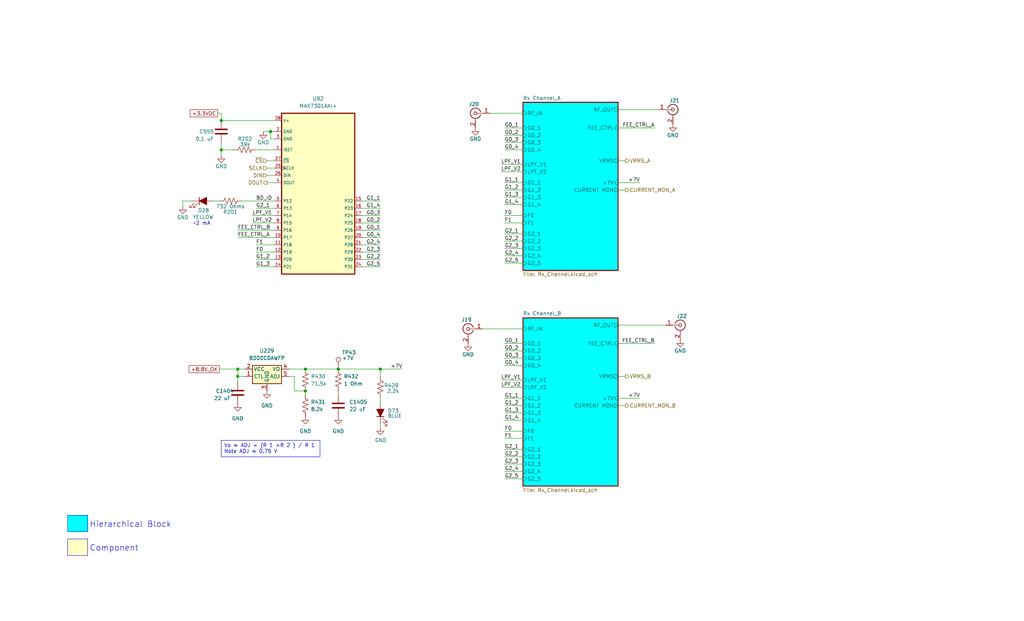
<source format=kicad_sch>
(kicad_sch (version 20231120) (generator "eeschema") (generator_version "8.0")
  (paper "USLegal")
  (title_block (title "LWA ARX  Rev I") (date "2024-11-15") (rev "2.0"))
  (lib_symbols
    (symbol "Connector:TestPoint" (pin_numbers hide) (pin_names (offset 0.762) hide)
      (property "Reference" "TP" (at 0 6.858 0))
      (property "Value" "TestPoint" (at 0 5.08 0))
      (symbol "TestPoint_0_1"
        (circle (center 0 3.302) (radius 0.762))
      )
      (symbol "TestPoint_1_1"
        (pin passive line (at 0 0 90) (length 2.54) (name "1") (number "1"))
      )
    )
    (symbol "Device:C" (pin_numbers hide) (pin_names (offset 0.254))
      (property "Reference" "C" (at 0.635 2.54 0))
      (property "Value" "C" (at 0.635 -2.54 0))
      (symbol "C_0_1"
        (polyline (pts (xy -2.032 -0.762) (xy 2.032 -0.762)) (stroke (width 0.508)))
        (polyline (pts (xy -2.032 0.762) (xy 2.032 0.762)) (stroke (width 0.508)))
      )
      (symbol "C_1_1"
        (pin passive line (at 0 3.81 270) (length 2.794) (name "~") (number "1"))
        (pin passive line (at 0 -3.81 90) (length 2.794) (name "~") (number "2"))
      )
    )
    (symbol "Device:LED_Filled" (pin_numbers hide) (pin_names (offset 1.016) hide)
      (property "Reference" "D" (at 0 2.54 0))
      (property "Value" "LED_Filled" (at 0 -2.54 0))
      (symbol "LED_Filled_0_1"
        (polyline (pts (xy -1.27 -1.27) (xy -1.27 1.27)) (stroke (width 0.254)))
        (polyline (pts (xy -1.27 0) (xy 1.27 0)))
        (polyline (pts (xy 1.27 -1.27) (xy 1.27 1.27) (xy -1.27 0) (xy 1.27 -1.27)) (stroke (width 0.254)) (fill (type outline)))
        (polyline (pts (xy -3.048 -0.762) (xy -4.572 -2.286) (xy -3.81 -2.286) (xy -4.572 -2.286) (xy -4.572 -1.524)))
        (polyline (pts (xy -1.778 -0.762) (xy -3.302 -2.286) (xy -2.54 -2.286) (xy -3.302 -2.286) (xy -3.302 -1.524)))
      )
      (symbol "LED_Filled_1_1"
        (pin passive line (at -3.81 0 0) (length 2.54) (name "K") (number "1"))
        (pin passive line (at 3.81 0 180) (length 2.54) (name "A") (number "2"))
      )
    )
    (symbol "Device:R_US" (pin_numbers hide) (pin_names (offset 0))
      (property "Reference" "R" (at 2.54 0 90))
      (property "Value" "R_US" (at -2.54 0 90))
      (symbol "R_US_0_1"
        (polyline (pts (xy 0 -2.286) (xy 0 -2.54)))
        (polyline (pts (xy 0 2.286) (xy 0 2.54)))
        (polyline (pts (xy 0 -0.762) (xy 1.016 -1.143) (xy 0 -1.524) (xy -1.016 -1.905) (xy 0 -2.286)))
        (polyline (pts (xy 0 0.762) (xy 1.016 0.381) (xy 0 0) (xy -1.016 -0.381) (xy 0 -0.762)))
        (polyline (pts (xy 0 2.286) (xy 1.016 1.905) (xy 0 1.524) (xy -1.016 1.143) (xy 0 0.762)))
      )
      (symbol "R_US_1_1"
        (pin passive line (at 0 3.81 270) (length 1.27) (name "~") (number "1"))
        (pin passive line (at 0 -3.81 90) (length 1.27) (name "~") (number "2"))
      )
    )
    (symbol "LWA_RF:BD00C0AWFP"
      (property "Reference" "U" (at 0 7.62 0))
      (property "Value" "BD00C0AWFP" (at 0 5.08 0))
      (symbol "BD00C0AWFP_1_1"
        (rectangle (start -5.08 -5.08) (end 5.08 1.27) (stroke (width 0.254)) (fill (type background)))
        (pin input line (at -7.62 -2.54 0) (length 2.54) (name "CTL") (number "1"))
        (pin power_in line (at -7.62 0 0) (length 2.54) (name "VCC") (number "2"))
        (pin power_in line (at 0 -7.62 90) (length 2.54) (name "GND") (number "3"))
        (pin power_out line (at 7.62 0 180) (length 2.54) (name "VO") (number "4"))
        (pin input line (at 7.62 -2.54 180) (length 2.54) (name "ADJ") (number "5"))
      )
    )
    (symbol "LWA_RF:Conn_Coaxial_WTie" (pin_names (offset 1.016) hide)
      (property "Reference" "J" (at 0.254 3.048 0))
      (property "Value" "Conn_Coaxial_Wiretie" (at 2.921 0 90))
      (symbol "Conn_Coaxial_WTie_0_1"
        (arc (start -1.778 -0.508) (mid 0.2311 -1.8066) (end 1.778 0) (stroke (width 0.254)))
        (polyline (pts (xy -2.54 0) (xy -0.508 0)))
        (polyline (pts (xy 0 -2.54) (xy 0 -1.778)))
        (circle (center 0 0) (radius 0.508) (stroke (width 0.2032)))
        (arc (start 1.778 0) (mid 0.2099 1.8101) (end -1.778 0.508) (stroke (width 0.254)))
      )
      (symbol "Conn_Coaxial_WTie_1_1"
        (pin passive line (at -5.08 0 0) (length 2.54) (name "In") (number "1"))
        (pin passive line (at 0 -5.08 90) (length 2.54) (name "Ext") (number "2"))
        (pin no_connect line (at 3.81 -2.54 0) (length 2.54) hide (name "3") (number "3"))
        (pin no_connect line (at 3.81 -5.08 0) (length 2.54) hide (name "3") (number "4"))
      )
    )
    (symbol "LWA_RF:MAX7301AAI+"
      (property "Reference" "U" (at 0 -8.89 0))
      (property "Value" "MAX7301AAI+" (at 0 -8.89 0))
      (symbol "MAX7301AAI+_0_0"
        (rectangle (start -12.7 -27.94) (end 12.7 27.94) (stroke (width 0.41)) (fill (type background)))
      )
      (symbol "MAX7301AAI+_1_0"
        (pin input line (at -15.24 15.24 0) (length 2.54) (name "ISET") (number "1"))
        (pin bidirectional line (at -15.24 -15.24 0) (length 2.54) (name "P17") (number "10"))
        (pin bidirectional line (at -15.24 -17.78 0) (length 2.54) (name "P18") (number "11"))
        (pin bidirectional line (at -15.24 -20.32 0) (length 2.54) (name "P19") (number "12"))
        (pin bidirectional line (at -15.24 -22.86 0) (length 2.54) (name "P20") (number "13"))
        (pin bidirectional line (at -15.24 -25.4 0) (length 2.54) (name "P21") (number "14"))
        (pin bidirectional line (at 15.24 -2.54 180) (length 2.54) (name "P22") (number "15"))
        (pin bidirectional line (at 15.24 -5.08 180) (length 2.54) (name "P23") (number "16"))
        (pin bidirectional line (at 15.24 -7.62 180) (length 2.54) (name "P24") (number "17"))
        (pin bidirectional line (at 15.24 -10.16 180) (length 2.54) (name "P25") (number "18"))
        (pin bidirectional line (at 15.24 -12.7 180) (length 2.54) (name "P26") (number "19"))
        (pin power_in line (at -15.24 21.59 0) (length 2.54) (name "GND") (number "2"))
        (pin bidirectional line (at 15.24 -15.24 180) (length 2.54) (name "P27") (number "20"))
        (pin bidirectional line (at 15.24 -17.78 180) (length 2.54) (name "P28") (number "21"))
        (pin bidirectional line (at 15.24 -20.32 180) (length 2.54) (name "P29") (number "22"))
        (pin bidirectional line (at 15.24 -22.86 180) (length 2.54) (name "P30") (number "23"))
        (pin bidirectional line (at 15.24 -25.4 180) (length 2.54) (name "P31") (number "24"))
        (pin input clock (at -15.24 8.89 0) (length 2.54) (name "SCLK") (number "25"))
        (pin input line (at -15.24 6.35 0) (length 2.54) (name "DIN") (number "26"))
        (pin input line (at -15.24 11.43 0) (length 2.54) (name "~{CS}") (number "27"))
        (pin power_in line (at -15.24 25.4 0) (length 2.54) (name "V+") (number "28"))
        (pin power_in line (at -15.24 19.05 0) (length 2.54) (name "GND") (number "3"))
        (pin output line (at -15.24 3.81 0) (length 2.54) (name "DOUT") (number "4"))
        (pin bidirectional line (at -15.24 -2.54 0) (length 2.54) (name "P12") (number "5"))
        (pin bidirectional line (at -15.24 -5.08 0) (length 2.54) (name "P13") (number "6"))
        (pin bidirectional line (at -15.24 -7.62 0) (length 2.54) (name "P14") (number "7"))
        (pin bidirectional line (at -15.24 -10.16 0) (length 2.54) (name "P15") (number "8"))
        (pin bidirectional line (at -15.24 -12.7 0) (length 2.54) (name "P16") (number "9"))
      )
    )
    (symbol "power:GND" (power) (pin_names (offset 0))
      (property "Value" "GND" (at 0 -3.81 0))
      (symbol "GND_0_1"
        (polyline (pts (xy 0 0) (xy 0 -1.27) (xy 1.27 -1.27) (xy 0 -2.54) (xy -1.27 -1.27) (xy 0 -1.27)))
      )
      (symbol "GND_1_1"
        (pin power_in line (at 0 0 270) (length 0) hide (name "GND") (number "1"))
      )
    )
  )
  (junction (at 93.98 45.72))
  (junction (at 82.55 128.27))
  (junction (at 117.475 128.27))
  (junction (at 82.55 130.81))
  (junction (at 106.045 128.27))
  (junction (at 106.045 135.89))
  (junction (at 132.08 128.27))
  (junction (at 76.835 41.91))
  (junction (at 76.835 52.07))
  (wire (pts (xy 88.9 90.17) (xy 95.25 90.17)))
  (wire (pts (xy 92.71 63.5) (xy 95.25 63.5)))
  (wire (pts (xy 175.26 71.12) (xy 181.61 71.12)))
  (wire (pts (xy 87.63 77.47) (xy 95.25 77.47)))
  (wire (pts (xy 106.045 137.16) (xy 106.045 135.89)))
  (wire (pts (xy 175.26 77.47) (xy 181.61 77.47)))
  (wire (pts (xy 227.33 44.45) (xy 214.63 44.45)))
  (wire (pts (xy 132.08 77.47) (xy 125.73 77.47)))
  (wire (pts (xy 92.71 55.88) (xy 95.25 55.88)))
  (wire (pts (xy 132.08 87.63) (xy 125.73 87.63)))
  (wire (pts (xy 93.98 48.26) (xy 93.98 45.72)))
  (wire (pts (xy 75.565 39.37) (xy 76.835 39.37)))
  (wire (pts (xy 100.33 130.81) (xy 102.235 130.81)))
  (wire (pts (xy 82.55 128.27) (xy 85.09 128.27)))
  (wire (pts (xy 175.26 149.86) (xy 181.61 149.86)))
  (wire (pts (xy 175.26 143.51) (xy 181.61 143.51)))
  (wire (pts (xy 214.63 66.04) (xy 217.17 66.04)))
  (wire (pts (xy 83.82 69.85) (xy 95.25 69.85)))
  (wire (pts (xy 76.835 53.975) (xy 76.835 52.07)))
  (wire (pts (xy 88.9 52.07) (xy 95.25 52.07)))
  (wire (pts (xy 100.33 128.27) (xy 106.045 128.27)))
  (wire (pts (xy 214.63 63.5) (xy 222.25 63.5)))
  (wire (pts (xy 95.25 48.26) (xy 93.98 48.26)))
  (wire (pts (xy 92.71 60.96) (xy 95.25 60.96)))
  (wire (pts (xy 175.26 152.4) (xy 181.61 152.4)))
  (wire (pts (xy 175.26 124.46) (xy 181.61 124.46)))
  (wire (pts (xy 88.9 92.71) (xy 95.25 92.71)))
  (wire (pts (xy 132.08 74.93) (xy 125.73 74.93)))
  (wire (pts (xy 175.26 121.92) (xy 181.61 121.92)))
  (wire (pts (xy 82.55 130.81) (xy 82.55 128.27)))
  (wire (pts (xy 175.26 119.38) (xy 181.61 119.38)))
  (wire (pts (xy 175.26 49.53) (xy 181.61 49.53)))
  (wire (pts (xy 175.26 81.28) (xy 181.61 81.28)))
  (wire (pts (xy 63.5 71.755) (xy 63.5 69.85)))
  (wire (pts (xy 175.26 158.75) (xy 181.61 158.75)))
  (wire (pts (xy 175.26 166.37) (xy 181.61 166.37)))
  (wire (pts (xy 214.63 113.03) (xy 231.14 113.03)))
  (wire (pts (xy 132.08 138.43) (xy 132.08 139.7)))
  (wire (pts (xy 173.99 132.08) (xy 181.61 132.08)))
  (wire (pts (xy 132.08 147.32) (xy 132.08 148.59)))
  (wire (pts (xy 175.26 88.9) (xy 181.61 88.9)))
  (wire (pts (xy 175.26 63.5) (xy 181.61 63.5)))
  (wire (pts (xy 175.26 74.93) (xy 181.61 74.93)))
  (wire (pts (xy 175.26 127) (xy 181.61 127)))
  (wire (pts (xy 93.98 45.72) (xy 95.25 45.72)))
  (wire (pts (xy 76.835 39.37) (xy 76.835 41.91)))
  (wire (pts (xy 102.235 135.89) (xy 102.235 130.81)))
  (wire (pts (xy 175.26 86.36) (xy 181.61 86.36)))
  (wire (pts (xy 82.55 82.55) (xy 95.25 82.55)))
  (wire (pts (xy 106.045 128.27) (xy 117.475 128.27)))
  (wire (pts (xy 132.08 130.81) (xy 132.08 128.27)))
  (wire (pts (xy 117.475 128.27) (xy 132.08 128.27)))
  (wire (pts (xy 132.08 72.39) (xy 125.73 72.39)))
  (wire (pts (xy 63.5 69.85) (xy 66.675 69.85)))
  (wire (pts (xy 88.9 72.39) (xy 95.25 72.39)))
  (wire (pts (xy 173.99 59.69) (xy 181.61 59.69)))
  (wire (pts (xy 132.08 92.71) (xy 125.73 92.71)))
  (wire (pts (xy 132.08 85.09) (xy 125.73 85.09)))
  (wire (pts (xy 132.08 90.17) (xy 125.73 90.17)))
  (wire (pts (xy 132.08 80.01) (xy 125.73 80.01)))
  (wire (pts (xy 76.835 52.07) (xy 81.28 52.07)))
  (wire (pts (xy 214.63 138.43) (xy 222.25 138.43)))
  (wire (pts (xy 175.26 140.97) (xy 181.61 140.97)))
  (wire (pts (xy 88.9 85.09) (xy 95.25 85.09)))
  (wire (pts (xy 214.63 140.97) (xy 217.17 140.97)))
  (wire (pts (xy 173.99 57.15) (xy 181.61 57.15)))
  (wire (pts (xy 175.26 68.58) (xy 181.61 68.58)))
  (wire (pts (xy 85.09 130.81) (xy 82.55 130.81)))
  (wire (pts (xy 76.835 41.91) (xy 95.25 41.91)))
  (wire (pts (xy 74.295 69.85) (xy 76.2 69.85)))
  (wire (pts (xy 175.26 46.99) (xy 181.61 46.99)))
  (wire (pts (xy 167.64 114.3) (xy 181.61 114.3)))
  (wire (pts (xy 170.18 39.37) (xy 181.61 39.37)))
  (wire (pts (xy 175.26 163.83) (xy 181.61 163.83)))
  (wire (pts (xy 132.08 82.55) (xy 125.73 82.55)))
  (wire (pts (xy 227.33 119.38) (xy 214.63 119.38)))
  (wire (pts (xy 106.045 135.89) (xy 102.235 135.89)))
  (wire (pts (xy 175.26 66.04) (xy 181.61 66.04)))
  (wire (pts (xy 92.71 58.42) (xy 95.25 58.42)))
  (wire (pts (xy 214.63 130.81) (xy 217.17 130.81)))
  (wire (pts (xy 214.63 55.88) (xy 217.17 55.88)))
  (wire (pts (xy 87.63 74.93) (xy 95.25 74.93)))
  (wire (pts (xy 175.26 138.43) (xy 181.61 138.43)))
  (wire (pts (xy 76.835 52.07) (xy 76.835 49.53)))
  (wire (pts (xy 175.26 91.44) (xy 181.61 91.44)))
  (wire (pts (xy 82.55 80.01) (xy 95.25 80.01)))
  (wire (pts (xy 132.08 128.27) (xy 139.7 128.27)))
  (wire (pts (xy 76.2 128.27) (xy 82.55 128.27)))
  (wire (pts (xy 88.9 87.63) (xy 95.25 87.63)))
  (wire (pts (xy 175.26 52.07) (xy 181.61 52.07)))
  (wire (pts (xy 91.44 45.72) (xy 93.98 45.72)))
  (wire (pts (xy 175.26 146.05) (xy 181.61 146.05)))
  (wire (pts (xy 82.55 130.81) (xy 82.55 132.715)))
  (wire (pts (xy 175.26 83.82) (xy 181.61 83.82)))
  (wire (pts (xy 214.63 38.1) (xy 228.6 38.1)))
  (wire (pts (xy 117.475 135.89) (xy 117.475 137.16)))
  (wire (pts (xy 132.08 69.85) (xy 125.73 69.85)))
  (wire (pts (xy 175.26 161.29) (xy 181.61 161.29)))
  (wire (pts (xy 175.26 44.45) (xy 181.61 44.45)))
  (wire (pts (xy 175.26 156.21) (xy 181.61 156.21)))
  (wire (pts (xy 173.99 134.62) (xy 181.61 134.62)))
  (rectangle (start 23.495 187.325) (end 30.48 193.04) (fill (type color) (color 255 255 194 1)))
  (rectangle (start 23.495 179.07) (end 30.48 184.785) (fill (type color) (color 0 255 255 1)))
  (text_box "Vo ≈ ADJ × (R 1 +R 2 ) / R 1\nNote ADJ ≈ 0.75 V" (at 76.835 153.035 0) (size 34.29 5.715) (effects (font (size 1.27 1.27)) (justify left top)))
  (text "Hierarchical Block" (at 31.115 183.515 0) (effects (font (size 2.032 2.032)) (justify left bottom)))
  (text "~2 mA" (at 67.056 78.486 0) (effects (font (size 1.27 1.27)) (justify left bottom)))
  (text "Component" (at 31.115 191.77 0) (effects (font (size 2.032 2.032)) (justify left bottom)))
  (label "LPF_V2" (at 87.63 77.47 0))
  (label "+7V" (at 139.7 128.27 180))
  (label "LPF_V2" (at 173.99 59.69 0))
  (label "G0_3" (at 175.26 49.53 0))
  (label "G0_4" (at 132.08 82.55 180))
  (label "G0_2" (at 175.26 46.99 0))
  (label "G0_4" (at 175.26 127 0))
  (label "G0_2" (at 175.26 121.92 0))
  (label "G0_3" (at 175.26 124.46 0))
  (label "G1_4" (at 175.26 71.12 0))
  (label "G1_2" (at 175.26 140.97 0))
  (label "FEE_CTRL_A" (at 227.33 44.45 180))
  (label "G1_2" (at 175.26 66.04 0))
  (label "LPF_V1" (at 173.99 132.08 0))
  (label "G2_3" (at 132.08 87.63 180))
  (label "G2_4" (at 175.26 88.9 0))
  (label "G2_3" (at 175.26 161.29 0))
  (label "F0" (at 175.26 74.93 0))
  (label "F0" (at 175.26 149.86 0))
  (label "G1_4" (at 132.08 72.39 180))
  (label "G2_5" (at 175.26 91.44 0))
  (label "G1_1" (at 175.26 63.5 0))
  (label "G1_2" (at 88.9 90.17 0))
  (label "FEE_CTRL_B" (at 227.33 119.38 180))
  (label "G0_3" (at 132.08 74.93 180))
  (label "G0_1" (at 175.26 44.45 0))
  (label "F0" (at 88.9 87.63 0))
  (label "G2_4" (at 175.26 163.83 0))
  (label "G2_2" (at 132.08 90.17 180))
  (label "G2_4" (at 132.08 85.09 180))
  (label "F1" (at 88.9 85.09 0))
  (label "G1_4" (at 175.26 146.05 0))
  (label "BD_ID" (at 88.9 69.85 0))
  (label "+7V" (at 222.25 63.5 180))
  (label "G2_5" (at 175.26 166.37 0))
  (label "G2_2" (at 175.26 158.75 0))
  (label "G1_3" (at 88.9 92.71 0))
  (label "LPF_V2" (at 173.99 134.62 0))
  (label "LPF_V1" (at 87.63 74.93 0))
  (label "G1_3" (at 175.26 68.58 0))
  (label "F1" (at 175.26 152.4 0))
  (label "G0_1" (at 175.26 119.38 0))
  (label "+7V" (at 222.25 138.43 180))
  (label "G2_1" (at 175.26 156.21 0))
  (label "F1" (at 175.26 77.47 0))
  (label "G2_3" (at 175.26 86.36 0))
  (label "G2_2" (at 175.26 83.82 0))
  (label "G2_1" (at 175.26 81.28 0))
  (label "FEE_CTRL_B" (at 82.55 80.01 0))
  (label "G2_5" (at 132.08 92.71 180))
  (label "G0_1" (at 132.08 80.01 180))
  (label "G1_3" (at 175.26 143.51 0))
  (label "G0_4" (at 175.26 52.07 0))
  (label "LPF_V1" (at 173.99 57.15 0))
  (label "G0_2" (at 132.08 77.47 180))
  (label "G2_1" (at 88.9 72.39 0))
  (label "G1_1" (at 132.08 69.85 180))
  (label "G1_1" (at 175.26 138.43 0))
  (label "FEE_CTRL_A" (at 82.55 82.55 0))
  (global_label "+8.8V_OK" (shape passive) (at 76.2 128.27 180) (property "Intersheetrefs" "${INTERSHEET_REFS}" (effects (hide yes))))
  (global_label "+3.3VDC" (shape passive) (at 75.565 39.37 180) (property "Intersheetrefs" "${INTERSHEET_REFS}" (effects (hide yes))))
  (hierarchical_label "DIN" (shape input) (at 92.71 60.96 180))
  (hierarchical_label "SCLK" (shape input) (at 92.71 58.42 180))
  (hierarchical_label "CURRENT_MON_A" (shape output) (at 217.17 66.04 0))
  (hierarchical_label "DOUT" (shape output) (at 92.71 63.5 180))
  (hierarchical_label "~{CS}" (shape input) (at 92.71 55.88 180))
  (hierarchical_label "VRMS_B" (shape output) (at 217.17 130.81 0))
  (hierarchical_label "CURRENT_MON_B" (shape output) (at 217.17 140.97 0))
  (hierarchical_label "VRMS_A" (shape output) (at 217.17 55.88 0))
  (symbol (lib_id "LWA_RF:Conn_Coaxial_WTie") (at 165.1 39.37 0) (mirror y) (unit 1)
    (property "Reference" "J20" (at 166.37 36.195 0) (effects (justify left)))
    (property "Value" "Conn_Coaxial_Wiretie" (effects (hide yes)))
    (property "Footprint" "LWA RF:MMCX_Molex_73415-1471_Vertical_Ties" (effects (hide yes)))
    (property "Datasheet" "https://tools.molex.com/pdm_docs/sd/734151471_sd.pdf" (effects (hide yes)))
    (property "Description" "CONN MMCX JACK STR 50 OHM PCB" (effects (hide yes)))
    (property "MFGR" "Molex" (effects (hide yes)))
    (property "MPN" "0734151471" (effects (hide yes)))
    (property "Unit Cost" "2.48" (effects (hide yes)))
    (property "Stock" "15028" (effects (hide yes)))
    (property "Stock Date" "11/28/2023" (effects (hide yes)))
    (property "Desc" "CONN MMCX JACK STR 50 OHM PCB" (effects (hide yes)))
    (instances (project "ARX" (path "" (reference "J20") (unit 1)) (path "" (reference "J16") (unit 1)) (path "" (reference "J24") (unit 1)) (path "" (reference "J28") (unit 1)) (path "" (reference "J32") (unit 1)) (path "" (reference "J43") (unit 1)) (path "" (reference "J6") (unit 1)) (path "" (reference "J36") (unit 1))))
  )
  (symbol (lib_id "power:GND") (at 106.045 144.78 0) (unit 1)
    (property "Reference" "#PWR01367" (effects (hide yes)))
    (property "Value" "GND" (at 106.045 149.86 0))
    (instances (project "ARX" (path "" (reference "#PWR01367") (unit 1)) (path "" (reference "#PWR01362") (unit 1)) (path "" (reference "#PWR01372") (unit 1)) (path "" (reference "#PWR01377") (unit 1)) (path "" (reference "#PWR01382") (unit 1)) (path "" (reference "#PWR040") (unit 1)) (path "" (reference "#PWR01357") (unit 1)) (path "" (reference "#PWR01387") (unit 1))))
  )
  (symbol (lib_id "power:GND") (at 82.55 140.335 0) (unit 1)
    (property "Reference" "#PWR01365" (effects (hide yes)))
    (property "Value" "GND" (at 82.55 145.415 0))
    (instances (project "ARX" (path "" (reference "#PWR01365") (unit 1)) (path "" (reference "#PWR01360") (unit 1)) (path "" (reference "#PWR01370") (unit 1)) (path "" (reference "#PWR01375") (unit 1)) (path "" (reference "#PWR01380") (unit 1)) (path "" (reference "#PWR038") (unit 1)) (path "" (reference "#PWR01355") (unit 1)) (path "" (reference "#PWR01385") (unit 1))))
  )
  (symbol (lib_id "LWA_RF:Conn_Coaxial_WTie") (at 233.68 38.1 0) (unit 1)
    (property "Reference" "J21" (at 232.41 34.925 0) (effects (justify left)))
    (property "Value" "Conn_Coaxial_Wiretie" (effects (hide yes)))
    (property "Footprint" "LWA RF:MMCX_Molex_73415-1471_Vertical_Ties" (effects (hide yes)))
    (property "Datasheet" "https://tools.molex.com/pdm_docs/sd/734151471_sd.pdf" (effects (hide yes)))
    (property "Description" "CONN MMCX JACK STR 50 OHM PCB" (effects (hide yes)))
    (property "MFGR" "Molex" (effects (hide yes)))
    (property "MPN" "0734151471" (effects (hide yes)))
    (property "Unit Cost" "2.48" (effects (hide yes)))
    (property "Stock" "15028" (effects (hide yes)))
    (property "Stock Date" "11/28/2023" (effects (hide yes)))
    (property "Desc" "CONN MMCX JACK STR 50 OHM PCB" (effects (hide yes)))
    (instances (project "ARX" (path "" (reference "J21") (unit 1)) (path "" (reference "J17") (unit 1)) (path "" (reference "J25") (unit 1)) (path "" (reference "J29") (unit 1)) (path "" (reference "J33") (unit 1)) (path "" (reference "J58") (unit 1)) (path "" (reference "J9") (unit 1)) (path "" (reference "J37") (unit 1))))
  )
  (symbol (lib_id "power:GND") (at 165.1 44.45 0) (mirror y) (unit 1)
    (property "Reference" "#PWR0553" (effects (hide yes)))
    (property "Value" "GND" (at 165.1 48.26 0))
    (instances (project "ARX" (path "" (reference "#PWR0553") (unit 1)) (path "" (reference "#PWR0392") (unit 1)) (path "" (reference "#PWR0714") (unit 1)) (path "" (reference "#PWR0875") (unit 1)) (path "" (reference "#PWR01036") (unit 1)) (path "" (reference "#PWR017") (unit 1)) (path "" (reference "#PWR01393") (unit 1)) (path "" (reference "#PWR01197") (unit 1))))
  )
  (symbol (lib_id "LWA_RF:Conn_Coaxial_WTie") (at 236.22 113.03 0) (unit 1)
    (property "Reference" "J22" (at 234.95 109.855 0) (effects (justify left)))
    (property "Value" "Conn_Coaxial_Wiretie" (effects (hide yes)))
    (property "Footprint" "LWA RF:MMCX_Molex_73415-1471_Vertical_Ties" (effects (hide yes)))
    (property "Datasheet" "https://tools.molex.com/pdm_docs/sd/734151471_sd.pdf" (effects (hide yes)))
    (property "Description" "CONN MMCX JACK STR 50 OHM PCB" (effects (hide yes)))
    (property "MFGR" "Molex" (effects (hide yes)))
    (property "MPN" "0734151471" (effects (hide yes)))
    (property "Unit Cost" "2.48" (effects (hide yes)))
    (property "Stock" "15028" (effects (hide yes)))
    (property "Stock Date" "11/28/2023" (effects (hide yes)))
    (property "Desc" "CONN MMCX JACK STR 50 OHM PCB" (effects (hide yes)))
    (instances (project "ARX" (path "" (reference "J22") (unit 1)) (path "" (reference "J18") (unit 1)) (path "" (reference "J26") (unit 1)) (path "" (reference "J30") (unit 1)) (path "" (reference "J34") (unit 1)) (path "" (reference "J57") (unit 1)) (path "" (reference "J8") (unit 1)) (path "" (reference "J38") (unit 1))))
  )
  (symbol (lib_id "power:GND") (at 91.44 45.72 0) (unit 1)
    (property "Reference" "#PWR0551" (effects (hide yes)))
    (property "Value" "GND" (at 91.44 49.53 0))
    (instances (project "ARX" (path "" (reference "#PWR0551") (unit 1)) (path "" (reference "#PWR0390") (unit 1)) (path "" (reference "#PWR0712") (unit 1)) (path "" (reference "#PWR0873") (unit 1)) (path "" (reference "#PWR01034") (unit 1)) (path "" (reference "#PWR010") (unit 1)) (path "" (reference "#PWR0224") (unit 1)) (path "" (reference "#PWR01195") (unit 1))))
  )
  (symbol (lib_id "power:GND") (at 92.71 135.89 0) (unit 1)
    (property "Reference" "#PWR01366" (effects (hide yes)))
    (property "Value" "GND" (at 92.71 140.97 0))
    (instances (project "ARX" (path "" (reference "#PWR01366") (unit 1)) (path "" (reference "#PWR01361") (unit 1)) (path "" (reference "#PWR01371") (unit 1)) (path "" (reference "#PWR01376") (unit 1)) (path "" (reference "#PWR01381") (unit 1)) (path "" (reference "#PWR039") (unit 1)) (path "" (reference "#PWR01356") (unit 1)) (path "" (reference "#PWR01386") (unit 1))))
  )
  (symbol (lib_id "power:GND") (at 63.5 71.755 0) (unit 1)
    (property "Reference" "#PWR0549" (effects (hide yes)))
    (property "Value" "GND" (at 63.5 75.565 0))
    (instances (project "ARX" (path "" (reference "#PWR0549") (unit 1)) (path "" (reference "#PWR0388") (unit 1)) (path "" (reference "#PWR0710") (unit 1)) (path "" (reference "#PWR0871") (unit 1)) (path "" (reference "#PWR01032") (unit 1)) (path "" (reference "#PWR08") (unit 1)) (path "" (reference "#PWR0183") (unit 1)) (path "" (reference "#PWR01193") (unit 1))))
  )
  (symbol (lib_id "Device:R_US") (at 106.045 132.08 0) (unit 1)
    (property "Reference" "R430" (at 107.95 130.81 0) (effects (justify left)))
    (property "Value" "71.5k" (at 107.95 133.35 0) (effects (justify left)))
    (property "Footprint" "Resistor_SMD:R_0805_2012Metric_Pad1.20x1.40mm_HandSolder" (effects (hide yes)))
    (property "Datasheet" "https://www.yageo.com/upload/media/product/productsearch/datasheet/rchip/PYu-RC_Group_51_RoHS_L_12.pdf" (effects (hide yes)))
    (property "MFGR" "YAGEO" (effects (hide yes)))
    (property "MPN" "RC0805FR-0771K5L" (effects (hide yes)))
    (property "Unit Cost" "0.02" (effects (hide yes)))
    (property "Stock" "229895" (effects (hide yes)))
    (property "Stock Date" "09/19/2023" (effects (hide yes)))
    (property "Desc" "RES 71.5K OHM 1% 1/8W 0805" (effects (hide yes)))
    (property "Power" "1/8W" (effects (hide yes)))
    (property "Tolerance" "1%" (effects (hide yes)))
    (instances (project "ARX" (path "" (reference "R430") (unit 1)) (path "" (reference "R426") (unit 1)) (path "" (reference "R434") (unit 1)) (path "" (reference "R438") (unit 1)) (path "" (reference "R442") (unit 1)) (path "" (reference "R14") (unit 1)) (path "" (reference "R422") (unit 1)) (path "" (reference "R446") (unit 1))))
  )
  (symbol (lib_id "Device:R_US") (at 117.475 132.08 0) (unit 1)
    (property "Reference" "R432" (at 119.38 130.81 0) (effects (justify left)))
    (property "Value" "1 Ohm" (at 119.38 133.35 0) (effects (justify left)))
    (property "Footprint" "Resistor_SMD:R_0805_2012Metric_Pad1.20x1.40mm_HandSolder" (effects (hide yes)))
    (property "Datasheet" "https://www.yageo.com/upload/media/product/productsearch/datasheet/rchip/PYu-RC_Group_51_RoHS_L_12.pdf" (effects (hide yes)))
    (property "MFGR" "YAGEO" (effects (hide yes)))
    (property "MPN" "RC0805FR-071RL" (effects (hide yes)))
    (property "Unit Cost" "0.10" (effects (hide yes)))
    (property "Stock" "937292" (effects (hide yes)))
    (property "Stock Date" "09/15/2023" (effects (hide yes)))
    (property "Desc" "RES 1 OHM 1% 1/8W 0805" (effects (hide yes)))
    (property "Power" "1/8 W" (effects (hide yes)))
    (property "Tolerance" "1%" (effects (hide yes)))
    (instances (project "ARX" (path "" (reference "R432") (unit 1)) (path "" (reference "R428") (unit 1)) (path "" (reference "R436") (unit 1)) (path "" (reference "R440") (unit 1)) (path "" (reference "R444") (unit 1)) (path "" (reference "R16") (unit 1)) (path "" (reference "R424") (unit 1)) (path "" (reference "R448") (unit 1))))
  )
  (symbol (lib_id "Device:R_US") (at 106.045 140.97 0) (unit 1)
    (property "Reference" "R431" (at 107.95 139.7 0) (effects (justify left)))
    (property "Value" "8.2k" (at 107.95 142.24 0) (effects (justify left)))
    (property "Footprint" "Resistor_SMD:R_0805_2012Metric_Pad1.20x1.40mm_HandSolder" (effects (hide yes)))
    (property "Datasheet" "https://www.yageo.com/upload/media/product/productsearch/datasheet/rchip/PYu-RC_Group_51_RoHS_L_12.pdf" (effects (hide yes)))
    (property "MFGR" "YAGEO" (effects (hide yes)))
    (property "MPN" "RC0805JR-078K2L" (effects (hide yes)))
    (property "Unit Cost" "0.10" (effects (hide yes)))
    (property "Stock" "1639877" (effects (hide yes)))
    (property "Stock Date" "09/17/2023" (effects (hide yes)))
    (property "Desc" "RES 8.2K OHM 5% 1/8W 0805" (effects (hide yes)))
    (property "Power" "1/8 W" (effects (hide yes)))
    (property "Tolerance" "1%" (effects (hide yes)))
    (instances (project "ARX" (path "" (reference "R431") (unit 1)) (path "" (reference "R427") (unit 1)) (path "" (reference "R435") (unit 1)) (path "" (reference "R439") (unit 1)) (path "" (reference "R443") (unit 1)) (path "" (reference "R15") (unit 1)) (path "" (reference "R423") (unit 1)) (path "" (reference "R447") (unit 1))))
  )
  (symbol (lib_id "power:GND") (at 233.68 43.18 0) (unit 1)
    (property "Reference" "#PWR0554" (effects (hide yes)))
    (property "Value" "GND" (at 233.68 46.99 0))
    (instances (project "ARX" (path "" (reference "#PWR0554") (unit 1)) (path "" (reference "#PWR0393") (unit 1)) (path "" (reference "#PWR0715") (unit 1)) (path "" (reference "#PWR0876") (unit 1)) (path "" (reference "#PWR01037") (unit 1)) (path "" (reference "#PWR0141") (unit 1)) (path "" (reference "#PWR01408") (unit 1)) (path "" (reference "#PWR01198") (unit 1))))
  )
  (symbol (lib_id "power:GND") (at 132.08 148.59 0) (unit 1)
    (property "Reference" "#PWR01364" (effects (hide yes)))
    (property "Value" "GND" (at 132.207 152.9842 0))
    (instances (project "ARX" (path "" (reference "#PWR01364") (unit 1)) (path "" (reference "#PWR01359") (unit 1)) (path "" (reference "#PWR01369") (unit 1)) (path "" (reference "#PWR01374") (unit 1)) (path "" (reference "#PWR01379") (unit 1)) (path "" (reference "#PWR037") (unit 1)) (path "" (reference "#PWR01354") (unit 1)) (path "" (reference "#PWR01384") (unit 1))))
  )
  (symbol (lib_id "Device:LED_Filled") (at 132.08 143.51 90) (unit 1)
    (property "Reference" "D73" (at 134.62 142.748 90) (effects (justify right)))
    (property "Value" "BLUE" (at 134.62 144.526 90) (effects (justify right)))
    (property "Footprint" "LED_SMD:LED_1206_3216Metric_Pad1.42x1.75mm_HandSolder" (effects (hide yes)))
    (property "Datasheet" "https://www.kingbrightusa.com/images/catalog/SPEC/APT3216LVBC-D.pdf" (effects (hide yes)))
    (property "Description" "LED BLUE CLEAR 2SMD" (effects (hide yes)))
    (property "MFGR" "Kingbright" (effects (hide yes)))
    (property "MPN" "APT3216LVBC/D" (effects (hide yes)))
    (property "Unit Cost" "0.39" (effects (hide yes)))
    (property "Stock" "40919" (effects (hide yes)))
    (property "Stock Date" "08/29/2024" (effects (hide yes)))
    (property "Desc" "LED BLUE CLEAR 2SMD 2 mA test 1206 (3216)" (effects (hide yes)))
    (property "Voltage Rating" "2.65 V Forward" (effects (hide yes)))
    (instances (project "ARX" (path "" (reference "D73") (unit 1)) (path "" (reference "D72") (unit 1)) (path "" (reference "D74") (unit 1)) (path "" (reference "D75") (unit 1)) (path "" (reference "D76") (unit 1)) (path "" (reference "D8") (unit 1)) (path "" (reference "D71") (unit 1)) (path "" (reference "D77") (unit 1))))
  )
  (symbol (lib_id "power:GND") (at 117.475 144.78 0) (unit 1)
    (property "Reference" "#PWR01368" (effects (hide yes)))
    (property "Value" "GND" (at 117.475 149.86 0))
    (instances (project "ARX" (path "" (reference "#PWR01368") (unit 1)) (path "" (reference "#PWR01363") (unit 1)) (path "" (reference "#PWR01373") (unit 1)) (path "" (reference "#PWR01378") (unit 1)) (path "" (reference "#PWR01383") (unit 1)) (path "" (reference "#PWR041") (unit 1)) (path "" (reference "#PWR01358") (unit 1)) (path "" (reference "#PWR01388") (unit 1))))
  )
  (symbol (lib_id "Device:R_US") (at 80.01 69.85 90) (unit 1)
    (property "Reference" "R201" (at 80.01 73.66 90))
    (property "Value" "732 Ohms" (at 80.01 71.755 90))
    (property "Footprint" "Resistor_SMD:R_0805_2012Metric_Pad1.20x1.40mm_HandSolder" (effects (hide yes)))
    (property "Datasheet" "https://industrial.panasonic.com/cdbs/www-data/pdf/RDA0000/AOA0000C304.pdf" (effects (hide yes)))
    (property "Description" "RES 732 OHM 1% 1/8W 0805" (effects (hide yes)))
    (property "MFGR" "YAGEO" (effects (hide yes)))
    (property "MPN" "RC0805FR-07732RL" (effects (hide yes)))
    (property "Tolerance" "1%" (effects (hide yes)))
    (property "Power" "0.125 W" (effects (hide yes)))
    (property "Temp Coeff" "NA" (effects (hide yes)))
    (property "Voltage Rating" "150 V" (effects (hide yes)))
    (property "Unit Cost" "0.1" (effects (hide yes)))
    (property "Stock" "98698" (effects (hide yes)))
    (property "Stock Date" "08/29/2024" (effects (hide yes)))
    (property "Desc" "RES 732 OHM 1% 1/8W 0805" (effects (hide yes)))
    (instances (project "ARX" (path "" (reference "R201") (unit 1)) (path "" (reference "R157") (unit 1)) (path "" (reference "R245") (unit 1)) (path "" (reference "R289") (unit 1)) (path "" (reference "R333") (unit 1)) (path "" (reference "R51") (unit 1)) (path "" (reference "R137") (unit 1)) (path "" (reference "R377") (unit 1))))
  )
  (symbol (lib_id "Device:C") (at 82.55 136.525 0) (unit 1)
    (property "Reference" "C1404" (at 74.93 135.89 0) (effects (justify left)))
    (property "Value" "22 uF" (at 74.295 138.43 0) (effects (justify left)))
    (property "Footprint" "Capacitor_SMD:C_1206_3216Metric_Pad1.33x1.80mm_HandSolder" (effects (hide yes)))
    (property "Datasheet" "https://www.yageo.com/upload/media/product/productsearch/datasheet/mlcc/UPY-GPHC_X7R_6.3V-to-50V_18.pdf" (effects (hide yes)))
    (property "MFGR" "Taiyo Yuden" (effects (hide yes)))
    (property "MPN" "EMK316BB7226ML-T" (effects (hide yes)))
    (property "Tolerance" "10%" (effects (hide yes)))
    (property "Voltage Rating" "16 V" (effects (hide yes)))
    (property "Temp Coeff" "X7R" (effects (hide yes)))
    (property "Power" "NA" (effects (hide yes)))
    (property "Unit Cost" "0.75" (effects (hide yes)))
    (property "Stock" "201737" (effects (hide yes)))
    (property "Stock Date" "09/15/2023" (effects (hide yes)))
    (property "Desc" "CAP CER 22UF 16V X7R 1206" (effects (hide yes)))
    (instances (project "ARX" (path "" (reference "C1404") (unit 1)) (path "" (reference "C1402") (unit 1)) (path "" (reference "C1406") (unit 1)) (path "" (reference "C1408") (unit 1)) (path "" (reference "C1410") (unit 1)) (path "" (reference "C5") (unit 1)) (path "" (reference "C1400") (unit 1)) (path "" (reference "C1412") (unit 1))))
  )
  (symbol (lib_id "power:GND") (at 162.56 119.38 0) (mirror y) (unit 1)
    (property "Reference" "#PWR0552" (effects (hide yes)))
    (property "Value" "GND" (at 162.56 123.19 0))
    (instances (project "ARX" (path "" (reference "#PWR0552") (unit 1)) (path "" (reference "#PWR0391") (unit 1)) (path "" (reference "#PWR0713") (unit 1)) (path "" (reference "#PWR0874") (unit 1)) (path "" (reference "#PWR01035") (unit 1)) (path "" (reference "#PWR011") (unit 1)) (path "" (reference "#PWR01394") (unit 1)) (path "" (reference "#PWR01196") (unit 1))))
  )
  (symbol (lib_id "Connector:TestPoint") (at 117.475 128.27 0) (unit 1)
    (property "Reference" "TP43" (at 118.745 122.555 0) (effects (justify left)))
    (property "Value" "+7V" (at 118.745 124.46 0) (effects (justify left)))
    (property "Footprint" "LWA RF:Harwin_TP_S1751-46R" (effects (hide yes)))
    (property "Datasheet" "https://cdn.harwin.com/pdfs/S1751R.pdf" (effects (hide yes)))
    (property "MFGR" "Harwin Inc." (effects (hide yes)))
    (property "MPN" "S1751-46R" (effects (hide yes)))
    (property "Unit Cost" "0.26" (effects (hide yes)))
    (property "Stock" "137718" (effects (hide yes)))
    (property "Stock Date" "11/23/2023" (effects (hide yes)))
    (property "Desc" "PC TEST POINT NATURAL" (effects (hide yes)))
    (instances (project "ARX" (path "" (reference "TP43") (unit 1)) (path "" (reference "TP42") (unit 1)) (path "" (reference "TP44") (unit 1)) (path "" (reference "TP45") (unit 1)) (path "" (reference "TP46") (unit 1)) (path "" (reference "TP12") (unit 1)) (path "" (reference "TP41") (unit 1)) (path "" (reference "TP47") (unit 1))))
  )
  (symbol (lib_id "power:GND") (at 76.835 53.975 0) (unit 1)
    (property "Reference" "#PWR0550" (effects (hide yes)))
    (property "Value" "GND" (at 76.835 57.785 0))
    (instances (project "ARX" (path "" (reference "#PWR0550") (unit 1)) (path "" (reference "#PWR0389") (unit 1)) (path "" (reference "#PWR0711") (unit 1)) (path "" (reference "#PWR0872") (unit 1)) (path "" (reference "#PWR01033") (unit 1)) (path "" (reference "#PWR09") (unit 1)) (path "" (reference "#PWR0223") (unit 1)) (path "" (reference "#PWR01194") (unit 1))))
  )
  (symbol (lib_id "Device:LED_Filled") (at 70.485 69.85 0) (unit 1)
    (property "Reference" "D28" (at 72.644 73.152 0) (effects (justify right)))
    (property "Value" "YELLOW" (at 74.168 75.438 0) (effects (justify right)))
    (property "Footprint" "LED_SMD:LED_1206_3216Metric_Pad1.42x1.75mm_HandSolder" (effects (hide yes)))
    (property "Datasheet" "https://www.kingbrightusa.com/images/catalog/SPEC/APT3216LSYCK-J3-PRV.pdf" (effects (hide yes)))
    (property "Description" "LED YELLOW CLEAR 2SMD" (effects (hide yes)))
    (property "MFGR" "Kingbright" (effects (hide yes)))
    (property "MPN" "APT3216LSYCK/J3-PRV" (effects (hide yes)))
    (property "Unit Cost" "0.19" (effects (hide yes)))
    (property "Stock" "16358" (effects (hide yes)))
    (property "Stock Date" "08/29/2024" (effects (hide yes)))
    (property "Desc" "LED YELLOW CLEAR 2SMD" (effects (hide yes)))
    (property "Voltage Rating" "1.85V Forward" (effects (hide yes)))
    (instances (project "ARX" (path "" (reference "D28") (unit 1)) (path "" (reference "D21") (unit 1)) (path "" (reference "D43") (unit 1)) (path "" (reference "D50") (unit 1)) (path "" (reference "D57") (unit 1)) (path "" (reference "D14") (unit 1)) (path "" (reference "D41") (unit 1)) (path "" (reference "D64") (unit 1))))
  )
  (symbol (lib_id "Device:C") (at 117.475 140.97 0) (unit 1)
    (property "Reference" "C1405" (at 121.285 139.7 0) (effects (justify left)))
    (property "Value" "22 uF" (at 121.285 142.24 0) (effects (justify left)))
    (property "Footprint" "Capacitor_SMD:C_1206_3216Metric_Pad1.33x1.80mm_HandSolder" (effects (hide yes)))
    (property "Datasheet" "https://www.yageo.com/upload/media/product/productsearch/datasheet/mlcc/UPY-GPHC_X7R_6.3V-to-50V_18.pdf" (effects (hide yes)))
    (property "MFGR" "Taiyo Yuden" (effects (hide yes)))
    (property "MPN" "EMK316BB7226ML-T" (effects (hide yes)))
    (property "Tolerance" "10%" (effects (hide yes)))
    (property "Voltage Rating" "16 V" (effects (hide yes)))
    (property "Temp Coeff" "X7R" (effects (hide yes)))
    (property "Power" "NA" (effects (hide yes)))
    (property "Unit Cost" "0.75" (effects (hide yes)))
    (property "Stock" "201737" (effects (hide yes)))
    (property "Stock Date" "09/15/2023" (effects (hide yes)))
    (property "Desc" "CAP CER 22UF 16V X7R 1206" (effects (hide yes)))
    (instances (project "ARX" (path "" (reference "C1405") (unit 1)) (path "" (reference "C1403") (unit 1)) (path "" (reference "C1407") (unit 1)) (path "" (reference "C1409") (unit 1)) (path "" (reference "C1411") (unit 1)) (path "" (reference "C6") (unit 1)) (path "" (reference "C1401") (unit 1)) (path "" (reference "C1413") (unit 1))))
  )
  (symbol (lib_id "Device:R_US") (at 132.08 134.62 180) (unit 1)
    (property "Reference" "R429" (at 135.89 133.985 0))
    (property "Value" "2.2k" (at 136.525 135.89 0))
    (property "Footprint" "Resistor_SMD:R_0805_2012Metric_Pad1.20x1.40mm_HandSolder" (effects (hide yes)))
    (property "Datasheet" "https://www.seielect.com/catalog/sei-rmcf_rmcp.pdf" (effects (hide yes)))
    (property "Description" "RES 2.2K OHM 1% 1/8W 0805" (effects (hide yes)))
    (property "MFGR" "Stackpole Electronics Inc" (effects (hide yes)))
    (property "MPN" "RMCF0805FT2K20" (effects (hide yes)))
    (property "Tolerance" "1%" (effects (hide yes)))
    (property "Power" "0.125 W" (effects (hide yes)))
    (property "Temp Coeff" "NA" (effects (hide yes)))
    (property "Voltage Rating" "150 V" (effects (hide yes)))
    (property "Unit Cost" "0.1" (effects (hide yes)))
    (property "Stock" "204832" (effects (hide yes)))
    (property "Stock Date" "08/29/2024" (effects (hide yes)))
    (property "Desc" "RES 2.2K OHM 1% 1/8W 0805" (effects (hide yes)))
    (instances (project "ARX" (path "" (reference "R429") (unit 1)) (path "" (reference "R425") (unit 1)) (path "" (reference "R433") (unit 1)) (path "" (reference "R437") (unit 1)) (path "" (reference "R441") (unit 1)) (path "" (reference "R13") (unit 1)) (path "" (reference "R421") (unit 1)) (path "" (reference "R445") (unit 1))))
  )
  (symbol (lib_id "Device:C") (at 76.835 45.72 0) (mirror y) (unit 1)
    (property "Reference" "C555" (at 74.295 45.72 0) (effects (justify left)))
    (property "Value" "0.1 uF" (at 74.295 48.26 0) (effects (justify left)))
    (property "Footprint" "Capacitor_SMD:C_0805_2012Metric_Pad1.18x1.45mm_HandSolder" (effects (hide yes)))
    (property "Datasheet" "https://www.yageo.com/upload/media/product/productsearch/datasheet/mlcc/UPY-GPHC_X7R_6.3V-to-50V_18.pdf" (effects (hide yes)))
    (property "MFGR" "Yageo" (effects (hide yes)))
    (property "MPN" "CC0805KRX7R8BB104" (effects (hide yes)))
    (property "Tolerance" "10%" (effects (hide yes)))
    (property "Voltage Rating" "25 V" (effects (hide yes)))
    (property "Temp Coeff" "X7R" (effects (hide yes)))
    (property "Power" "NA" (effects (hide yes)))
    (property "Unit Cost" "0.14" (effects (hide yes)))
    (property "Stock" "297406" (effects (hide yes)))
    (property "Stock Date" "11/23/2023" (effects (hide yes)))
    (property "Desc" "CAP CER 0.1UF 25V X7R 0805" (effects (hide yes)))
    (instances (project "ARX" (path "" (reference "C555") (unit 1)) (path "" (reference "C386") (unit 1)) (path "" (reference "C724") (unit 1)) (path "" (reference "C893") (unit 1)) (path "" (reference "C1062") (unit 1)) (path "" (reference "C160") (unit 1)) (path "" (reference "C180") (unit 1)) (path "" (reference "C1231") (unit 1))))
  )
  (symbol (lib_id "LWA_RF:Conn_Coaxial_WTie") (at 162.56 114.3 0) (mirror y) (unit 1)
    (property "Reference" "J19" (at 163.83 111.125 0) (effects (justify left)))
    (property "Value" "Conn_Coaxial_Wiretie" (effects (hide yes)))
    (property "Footprint" "LWA RF:MMCX_Molex_73415-1471_Vertical_Ties" (effects (hide yes)))
    (property "Datasheet" "https://tools.molex.com/pdm_docs/sd/734151471_sd.pdf" (effects (hide yes)))
    (property "Description" "CONN MMCX JACK STR 50 OHM PCB" (effects (hide yes)))
    (property "MFGR" "Molex" (effects (hide yes)))
    (property "MPN" "0734151471" (effects (hide yes)))
    (property "Unit Cost" "2.48" (effects (hide yes)))
    (property "Stock" "15028" (effects (hide yes)))
    (property "Stock Date" "11/28/2023" (effects (hide yes)))
    (property "Desc" "CONN MMCX JACK STR 50 OHM PCB" (effects (hide yes)))
    (instances (project "ARX" (path "" (reference "J19") (unit 1)) (path "" (reference "J15") (unit 1)) (path "" (reference "J23") (unit 1)) (path "" (reference "J27") (unit 1)) (path "" (reference "J31") (unit 1)) (path "" (reference "J44") (unit 1)) (path "" (reference "J7") (unit 1)) (path "" (reference "J35") (unit 1))))
  )
  (symbol (lib_id "power:GND") (at 236.22 118.11 0) (unit 1)
    (property "Reference" "#PWR0555" (effects (hide yes)))
    (property "Value" "GND" (at 236.22 121.92 0))
    (instances (project "ARX" (path "" (reference "#PWR0555") (unit 1)) (path "" (reference "#PWR0394") (unit 1)) (path "" (reference "#PWR0716") (unit 1)) (path "" (reference "#PWR0877") (unit 1)) (path "" (reference "#PWR01038") (unit 1)) (path "" (reference "#PWR0155") (unit 1)) (path "" (reference "#PWR01407") (unit 1)) (path "" (reference "#PWR01199") (unit 1))))
  )
  (symbol (lib_id "Device:R_US") (at 85.09 52.07 270) (unit 1)
    (property "Reference" "R202" (at 85.09 48.26 90))
    (property "Value" "39k" (at 85.09 50.165 90))
    (property "Footprint" "Resistor_SMD:R_0805_2012Metric_Pad1.20x1.40mm_HandSolder" (effects (hide yes)))
    (property "Datasheet" "https://www.yageo.com/upload/media/product/productsearch/datasheet/rchip/PYu-RC_Group_51_RoHS_L_12.pdf" (effects (hide yes)))
    (property "MFGR" "Yageo" (effects (hide yes)))
    (property "MPN" "RC0805FR-0739KL" (effects (hide yes)))
    (property "Tolerance" "1%" (effects (hide yes)))
    (property "Power" "1/8 W" (effects (hide yes)))
    (property "Temp Coeff" "NA" (effects (hide yes)))
    (property "Voltage Rating" "150 V" (effects (hide yes)))
    (property "Unit Cost" "0.10" (effects (hide yes)))
    (property "Stock" "211669" (effects (hide yes)))
    (property "Stock Date" "10/12/2023" (effects (hide yes)))
    (property "Desc" "RES 39K OHM 1% 1/8W 0805" (effects (hide yes)))
    (instances (project "ARX" (path "" (reference "R202") (unit 1)) (path "" (reference "R158") (unit 1)) (path "" (reference "R246") (unit 1)) (path "" (reference "R290") (unit 1)) (path "" (reference "R334") (unit 1)) (path "" (reference "R52") (unit 1)) (path "" (reference "R78") (unit 1)) (path "" (reference "R378") (unit 1))))
  )
  (symbol (lib_id "LWA_RF:BD00C0AWFP") (at 92.71 128.27 0) (unit 1)
    (property "Reference" "U229" (at 92.71 121.92 0))
    (property "Value" "BD00C0AWFP" (at 92.71 124.46 0))
    (property "Footprint" "LWA RF:TO-252-4_Thermal_Vias" (effects (hide yes)))
    (property "Datasheet" "https://fscdn.rohm.com/en/products/databook/datasheet/ic/power/linear_regulator/bdxxfc0wefj-e.pdf" (effects (hide yes)))
    (property "MFGR" "Rohm Semiconductor" (effects (hide yes)))
    (property "MPN" "BD00C0AWFP-CE2" (effects (hide yes)))
    (property "Unit Cost" "1.12" (effects (hide yes)))
    (property "Stock" "3683" (effects (hide yes)))
    (property "Stock Date" "11/23/2023" (effects (hide yes)))
    (property "Desc" "IC REG LINEAR POS ADJ 1A TO252-5" (effects (hide yes)))
    (instances (project "ARX" (path "" (reference "U229") (unit 1)) (path "" (reference "U228") (unit 1)) (path "" (reference "U230") (unit 1)) (path "" (reference "U231") (unit 1)) (path "" (reference "U232") (unit 1)) (path "" (reference "U7") (unit 1)) (path "" (reference "U227") (unit 1)) (path "" (reference "U233") (unit 1))))
  )
  (symbol (lib_id "LWA_RF:MAX7301AAI+") (at 110.49 67.31 0) (unit 1)
    (property "Reference" "U92" (at 110.49 34.29 0))
    (property "Value" "MAX7301AAI+" (at 110.49 36.83 0))
    (property "Footprint" "Package_SO:SSOP-28_5.3x10.2mm_P0.65mm" (effects (hide yes)))
    (property "Datasheet" "https://www.analog.com/media/en/technical-documentation/data-sheets/max7301.pdf" (effects (hide yes)))
    (property "MFGR" "Analog Devices Inc./Maxim Integrated" (effects (hide yes)))
    (property "MPN" "MAX7301AAI+" (effects (hide yes)))
    (property "Unit Cost" "6.78" (effects (hide yes)))
    (property "Stock" "1443" (effects (hide yes)))
    (property "Stock Date" "11/23/2023" (effects (hide yes)))
    (property "Desc" "I/O Expander 20 SPI 26 MHz 28-SSOP" (effects (hide yes)))
    (instances (project "ARX" (path "" (reference "U92") (unit 1)) (path "" (reference "U65") (unit 1)) (path "" (reference "U119") (unit 1)) (path "" (reference "U146") (unit 1)) (path "" (reference "U173") (unit 1)) (path "" (reference "U31") (unit 1)) (path "" (reference "U39") (unit 1)) (path "" (reference "U200") (unit 1))))
  )
  (sheet (at 181.61 35.56) (size 33.02 58.42) (stroke (width 0.381)) (fill (color 0 255 255 1.0000))
    (property "Sheetname" "Rx Channel_A" (at 181.61 34.8484 0) (effects (justify left bottom)))
    (property "Sheetfile" "Rx_Channel.kicad_sch" (at 181.61 94.5646 0) (effects (justify left top)))
    (pin "+7V" input (at 214.63 63.5 0))
    (pin "LPF_V1" input (at 181.61 57.15 180))
    (pin "LPF_V2" input (at 181.61 59.69 180))
    (pin "G1_3" input (at 181.61 68.58 180))
    (pin "G1_2" input (at 181.61 66.04 180))
    (pin "G1_1" input (at 181.61 63.5 180))
    (pin "RF_OUT" output (at 214.63 38.1 0))
    (pin "G1_4" input (at 181.61 71.12 180))
    (pin "G2_3" input (at 181.61 86.36 180))
    (pin "G2_5" input (at 181.61 91.44 180))
    (pin "G2_4" input (at 181.61 88.9 180))
    (pin "G2_1" input (at 181.61 81.28 180))
    (pin "G2_2" input (at 181.61 83.82 180))
    (pin "FEE_CTRL" input (at 214.63 44.45 0))
    (pin "CURRENT MON" output (at 214.63 66.04 0))
    (pin "RF_IN" input (at 181.61 39.37 180))
    (pin "F0" input (at 181.61 74.93 180))
    (pin "F1" input (at 181.61 77.47 180))
    (pin "G0_3" input (at 181.61 49.53 180))
    (pin "G0_2" input (at 181.61 46.99 180))
    (pin "G0_1" input (at 181.61 44.45 180))
    (pin "G0_4" input (at 181.61 52.07 180))
    (pin "VRMS" output (at 214.63 55.88 0))
  )
  (sheet (at 181.61 110.49) (size 33.02 58.42) (stroke (width 0.381)) (fill (color 0 255 255 1.0000))
    (property "Sheetname" "Rx Channel_B" (at 181.61 109.6641 0) (effects (justify left bottom)))
    (property "Sheetfile" "Rx_Channel.kicad_sch" (at 181.61 169.6089 0) (effects (justify left top)))
    (pin "+7V" input (at 214.63 138.43 0))
    (pin "LPF_V1" input (at 181.61 132.08 180))
    (pin "LPF_V2" input (at 181.61 134.62 180))
    (pin "G1_3" input (at 181.61 143.51 180))
    (pin "G1_2" input (at 181.61 140.97 180))
    (pin "G1_1" input (at 181.61 138.43 180))
    (pin "RF_OUT" output (at 214.63 113.03 0))
    (pin "G1_4" input (at 181.61 146.05 180))
    (pin "G2_3" input (at 181.61 161.29 180))
    (pin "G2_5" input (at 181.61 166.37 180))
    (pin "G2_4" input (at 181.61 163.83 180))
    (pin "G2_1" input (at 181.61 156.21 180))
    (pin "G2_2" input (at 181.61 158.75 180))
    (pin "FEE_CTRL" input (at 214.63 119.38 0))
    (pin "CURRENT MON" output (at 214.63 140.97 0))
    (pin "RF_IN" input (at 181.61 114.3 180))
    (pin "F0" input (at 181.61 149.86 180))
    (pin "F1" input (at 181.61 152.4 180))
    (pin "G0_3" input (at 181.61 124.46 180))
    (pin "G0_2" input (at 181.61 121.92 180))
    (pin "G0_1" input (at 181.61 119.38 180))
    (pin "G0_4" input (at 181.61 127 180))
    (pin "VRMS" output (at 214.63 130.81 0))
  )
)
</source>
